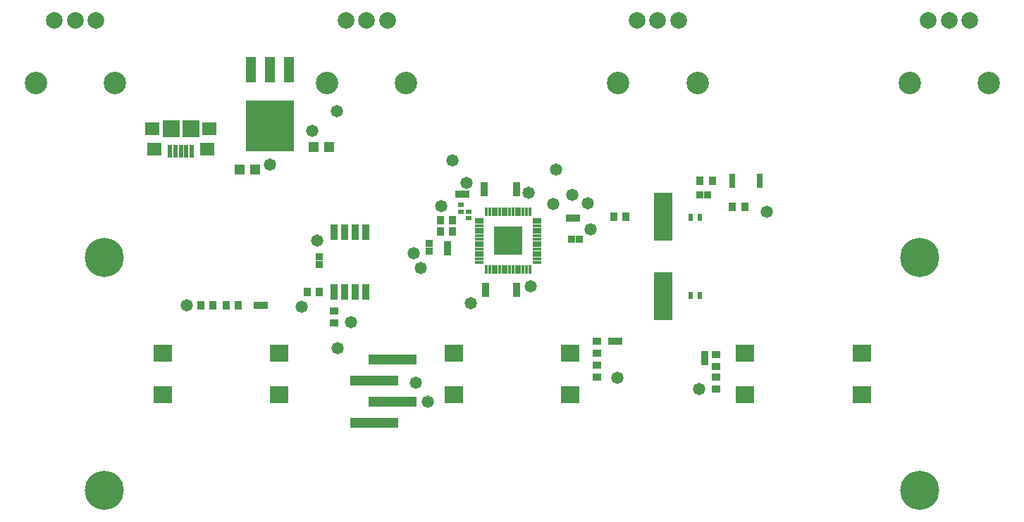
<source format=gts>
G04*
G04 #@! TF.GenerationSoftware,Altium Limited,Altium Designer,21.6.4 (81)*
G04*
G04 Layer_Color=8388736*
%FSLAX25Y25*%
%MOIN*%
G70*
G04*
G04 #@! TF.SameCoordinates,229126BB-2D6E-4CE4-B507-F74EAE748698*
G04*
G04*
G04 #@! TF.FilePolarity,Negative*
G04*
G01*
G75*
%ADD16R,0.04934X0.04934*%
%ADD17R,0.02769X0.02375*%
%ADD18R,0.01587X0.04147*%
%ADD19R,0.04147X0.01587*%
%ADD20R,0.13398X0.13398*%
%ADD21R,0.03241X0.03359*%
%ADD22R,0.03359X0.03241*%
%ADD23R,0.03359X0.04343*%
%ADD24R,0.02454X0.03241*%
%ADD25R,0.04343X0.03359*%
%ADD26R,0.02375X0.06115*%
%ADD27R,0.06509X0.05918*%
%ADD28R,0.07099X0.06312*%
%ADD29R,0.08280X0.08280*%
%ADD30R,0.03359X0.07296*%
%ADD31R,0.23005X0.04580*%
%ADD32R,0.02965X0.06706*%
%ADD33R,0.04737X0.12020*%
%ADD34R,0.22650X0.24225*%
%ADD35R,0.09068X0.22847*%
%ADD36R,0.08674X0.07887*%
%ADD37C,0.10642*%
%ADD38C,0.07887*%
%ADD39C,0.05800*%
%ADD40C,0.18517*%
D16*
X191634Y205906D02*
D03*
X198917D02*
D03*
X156595Y195276D02*
D03*
X163878D02*
D03*
D17*
X264961Y175197D02*
D03*
Y172047D02*
D03*
X261024Y175197D02*
D03*
Y178347D02*
D03*
D18*
X273228Y147835D02*
D03*
X274803D02*
D03*
X276378D02*
D03*
X277953D02*
D03*
X279528D02*
D03*
X281102D02*
D03*
X282677D02*
D03*
X284252D02*
D03*
X285827D02*
D03*
X287402D02*
D03*
X288976D02*
D03*
X290551D02*
D03*
X292126D02*
D03*
X293701D02*
D03*
Y175000D02*
D03*
X292126D02*
D03*
X290551D02*
D03*
X288976D02*
D03*
X287402D02*
D03*
X285827D02*
D03*
X284252D02*
D03*
X282677D02*
D03*
X281102D02*
D03*
X279528D02*
D03*
X277953D02*
D03*
X276378D02*
D03*
X274803D02*
D03*
X273228D02*
D03*
D19*
X297047Y151181D02*
D03*
Y152756D02*
D03*
Y154331D02*
D03*
Y155905D02*
D03*
Y157480D02*
D03*
Y159055D02*
D03*
Y160630D02*
D03*
Y162205D02*
D03*
Y163779D02*
D03*
Y165354D02*
D03*
Y166929D02*
D03*
Y168504D02*
D03*
Y170079D02*
D03*
Y171653D02*
D03*
X269882D02*
D03*
Y170079D02*
D03*
Y168504D02*
D03*
Y166929D02*
D03*
Y165354D02*
D03*
Y163779D02*
D03*
Y162205D02*
D03*
Y160630D02*
D03*
Y159055D02*
D03*
Y157480D02*
D03*
Y155905D02*
D03*
Y154331D02*
D03*
Y152756D02*
D03*
Y151181D02*
D03*
D20*
X283465Y161417D02*
D03*
D21*
X272047Y184095D02*
D03*
Y187559D02*
D03*
X254724Y159606D02*
D03*
Y156142D02*
D03*
X246063Y160000D02*
D03*
Y156535D02*
D03*
X272835Y139921D02*
D03*
Y136457D02*
D03*
X287402Y139921D02*
D03*
Y136457D02*
D03*
X376378Y104173D02*
D03*
Y107638D02*
D03*
X194078Y150236D02*
D03*
Y153701D02*
D03*
X287402Y187559D02*
D03*
Y184095D02*
D03*
D22*
X263543Y183465D02*
D03*
X260079D02*
D03*
X312441Y172047D02*
D03*
X315905D02*
D03*
X313622Y162205D02*
D03*
X317087D02*
D03*
X377716Y183071D02*
D03*
X374252D02*
D03*
X335984Y113779D02*
D03*
X332520D02*
D03*
X164803Y130709D02*
D03*
X168268D02*
D03*
D23*
X257185Y171260D02*
D03*
X251476D02*
D03*
X257185Y165748D02*
D03*
X251476D02*
D03*
X374311Y189764D02*
D03*
X380020D02*
D03*
X395374Y177559D02*
D03*
X389665D02*
D03*
X194193Y137008D02*
D03*
X188484D02*
D03*
X138091Y130709D02*
D03*
X143799D02*
D03*
X339075Y172835D02*
D03*
X333366D02*
D03*
X150295Y130709D02*
D03*
X156004D02*
D03*
D24*
X369882Y172441D02*
D03*
X374213D02*
D03*
Y135433D02*
D03*
X369882D02*
D03*
D25*
X381890Y107579D02*
D03*
Y101870D02*
D03*
Y91240D02*
D03*
Y96949D02*
D03*
X325590Y113878D02*
D03*
Y108169D02*
D03*
Y96752D02*
D03*
Y102461D02*
D03*
X201181Y122343D02*
D03*
Y128051D02*
D03*
D26*
X133858Y203839D02*
D03*
X131299D02*
D03*
X128740D02*
D03*
X126181D02*
D03*
X123622D02*
D03*
D27*
X142224Y214370D02*
D03*
X115256D02*
D03*
D28*
X141339Y204724D02*
D03*
X116142D02*
D03*
D29*
X133465Y214370D02*
D03*
X124016D02*
D03*
D30*
X201161Y165354D02*
D03*
X206161D02*
D03*
X211161D02*
D03*
X216161D02*
D03*
Y137008D02*
D03*
X211161D02*
D03*
X206161D02*
D03*
X201161D02*
D03*
D31*
X220118Y75157D02*
D03*
X228701Y85158D02*
D03*
X220118Y95157D02*
D03*
X228701Y105157D02*
D03*
D32*
X389665Y189764D02*
D03*
X402461D02*
D03*
D33*
X179882Y242323D02*
D03*
X170866D02*
D03*
X161850D02*
D03*
D34*
X170866Y215748D02*
D03*
D35*
X357000Y172701D02*
D03*
Y135299D02*
D03*
D36*
X450787Y88583D02*
D03*
X395669D02*
D03*
X450787Y108268D02*
D03*
X395669D02*
D03*
X312992Y88583D02*
D03*
X257874D02*
D03*
X312992Y108268D02*
D03*
X257874D02*
D03*
X175197Y88583D02*
D03*
X120079D02*
D03*
X175197Y108268D02*
D03*
X120079D02*
D03*
D37*
X473425Y236221D02*
D03*
X510827D02*
D03*
X335630D02*
D03*
X373031D02*
D03*
X197835D02*
D03*
X235236D02*
D03*
X60039D02*
D03*
X97441D02*
D03*
D38*
X482283Y265748D02*
D03*
X492126D02*
D03*
X501968D02*
D03*
X344488D02*
D03*
X354331D02*
D03*
X364173D02*
D03*
X206693D02*
D03*
X216535D02*
D03*
X226378D02*
D03*
X68898D02*
D03*
X78740D02*
D03*
X88583D02*
D03*
D39*
X251969Y177953D02*
D03*
X263779Y188976D02*
D03*
X190945Y213642D02*
D03*
X202362Y222835D02*
D03*
X242126Y148425D02*
D03*
X405958Y175305D02*
D03*
X257087Y199606D02*
D03*
X306299Y195276D02*
D03*
X238976Y155512D02*
D03*
X373888Y91016D02*
D03*
X335039Y96457D02*
D03*
X131496Y130709D02*
D03*
X209055Y122835D02*
D03*
X170903Y197489D02*
D03*
X193307Y161417D02*
D03*
X265748Y131890D02*
D03*
X294094Y139764D02*
D03*
X293307Y184252D02*
D03*
X313779Y183071D02*
D03*
X304700Y178830D02*
D03*
X321260Y179134D02*
D03*
X322441Y166929D02*
D03*
X245669Y85039D02*
D03*
X239764Y94095D02*
D03*
X185827Y130315D02*
D03*
X202756Y110630D02*
D03*
D40*
X478346Y43307D02*
D03*
Y153543D02*
D03*
X92520D02*
D03*
Y43307D02*
D03*
M02*

</source>
